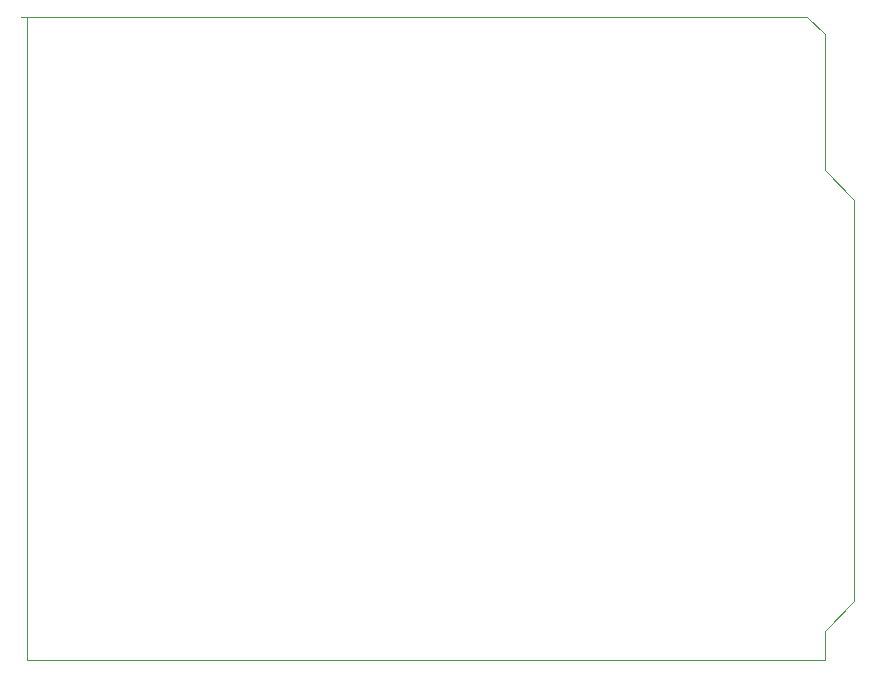
<source format=gbr>
%FSLAX34Y34*%
G04 Gerber Fmt 3.4, Leading zero omitted, Abs format*
G04 (created by PCBNEW (2014-02-26 BZR 4721)-product) date Wednesday, 03 June 2015 14:52:33*
%MOIN*%
G01*
G70*
G90*
G04 APERTURE LIST*
%ADD10C,0.005906*%
%ADD11C,0.003937*%
G04 APERTURE END LIST*
G54D10*
G54D11*
X30708Y-28740D02*
X30511Y-28740D01*
X30708Y-50196D02*
X30708Y-28740D01*
X57283Y-50196D02*
X30708Y-50196D01*
X57283Y-49212D02*
X57283Y-50196D01*
X58267Y-48228D02*
X57283Y-49212D01*
X58267Y-34842D02*
X58267Y-48228D01*
X57283Y-33858D02*
X58267Y-34842D01*
X57283Y-29330D02*
X57283Y-33858D01*
X56692Y-28740D02*
X57283Y-29330D01*
X30708Y-28740D02*
X56692Y-28740D01*
M02*

</source>
